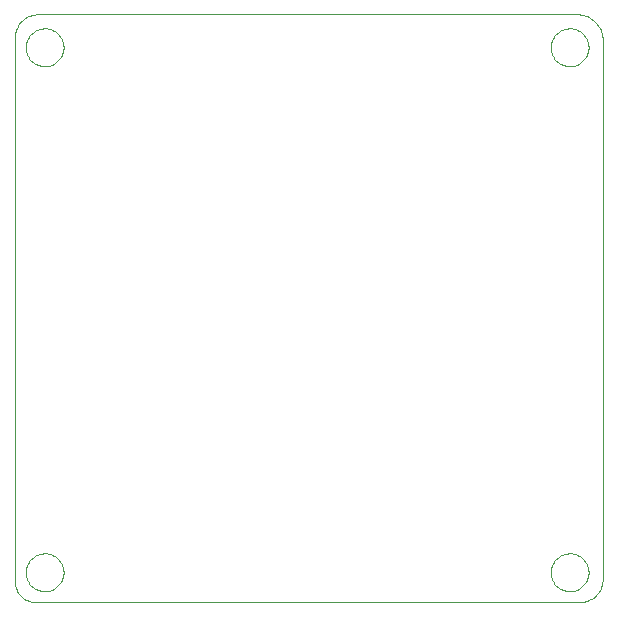
<source format=gko>
G75*
%MOIN*%
%OFA0B0*%
%FSLAX24Y24*%
%IPPOS*%
%LPD*%
%AMOC8*
5,1,8,0,0,1.08239X$1,22.5*
%
%ADD10C,0.0000*%
D10*
X000430Y000887D02*
X000430Y018999D01*
X000432Y019055D01*
X000438Y019110D01*
X000448Y019165D01*
X000462Y019219D01*
X000479Y019272D01*
X000501Y019323D01*
X000526Y019373D01*
X000554Y019421D01*
X000586Y019467D01*
X000621Y019510D01*
X000659Y019551D01*
X000700Y019589D01*
X000743Y019624D01*
X000789Y019656D01*
X000837Y019684D01*
X000887Y019709D01*
X000938Y019731D01*
X000991Y019748D01*
X001045Y019762D01*
X001100Y019772D01*
X001155Y019778D01*
X001211Y019780D01*
X019181Y019780D01*
X019237Y019778D01*
X019292Y019773D01*
X019347Y019764D01*
X019401Y019751D01*
X019454Y019735D01*
X019506Y019715D01*
X019557Y019692D01*
X019606Y019666D01*
X019653Y019637D01*
X019698Y019605D01*
X019741Y019569D01*
X019781Y019531D01*
X019819Y019491D01*
X019855Y019448D01*
X019887Y019403D01*
X019916Y019356D01*
X019942Y019307D01*
X019965Y019256D01*
X019985Y019204D01*
X020001Y019151D01*
X020014Y019097D01*
X020023Y019042D01*
X020028Y018987D01*
X020030Y018931D01*
X020030Y000961D01*
X020028Y000905D01*
X020022Y000850D01*
X020012Y000795D01*
X019998Y000741D01*
X019981Y000688D01*
X019959Y000637D01*
X019934Y000587D01*
X019906Y000539D01*
X019874Y000493D01*
X019839Y000450D01*
X019801Y000409D01*
X019760Y000371D01*
X019717Y000336D01*
X019671Y000304D01*
X019623Y000276D01*
X019573Y000251D01*
X019522Y000229D01*
X019469Y000212D01*
X019415Y000198D01*
X019360Y000188D01*
X019305Y000182D01*
X019249Y000180D01*
X001137Y000180D01*
X001087Y000182D01*
X001036Y000187D01*
X000987Y000196D01*
X000938Y000209D01*
X000890Y000225D01*
X000843Y000244D01*
X000798Y000266D01*
X000755Y000292D01*
X000713Y000321D01*
X000674Y000353D01*
X000637Y000387D01*
X000603Y000424D01*
X000571Y000463D01*
X000542Y000505D01*
X000516Y000548D01*
X000494Y000593D01*
X000475Y000640D01*
X000459Y000688D01*
X000446Y000737D01*
X000437Y000786D01*
X000432Y000837D01*
X000430Y000887D01*
X000800Y001180D02*
X000802Y001230D01*
X000808Y001280D01*
X000818Y001329D01*
X000832Y001377D01*
X000849Y001424D01*
X000870Y001469D01*
X000895Y001513D01*
X000923Y001554D01*
X000955Y001593D01*
X000989Y001630D01*
X001026Y001664D01*
X001066Y001694D01*
X001108Y001721D01*
X001152Y001745D01*
X001198Y001766D01*
X001245Y001782D01*
X001293Y001795D01*
X001343Y001804D01*
X001392Y001809D01*
X001443Y001810D01*
X001493Y001807D01*
X001542Y001800D01*
X001591Y001789D01*
X001639Y001774D01*
X001685Y001756D01*
X001730Y001734D01*
X001773Y001708D01*
X001814Y001679D01*
X001853Y001647D01*
X001889Y001612D01*
X001921Y001574D01*
X001951Y001534D01*
X001978Y001491D01*
X002001Y001447D01*
X002020Y001401D01*
X002036Y001353D01*
X002048Y001304D01*
X002056Y001255D01*
X002060Y001205D01*
X002060Y001155D01*
X002056Y001105D01*
X002048Y001056D01*
X002036Y001007D01*
X002020Y000959D01*
X002001Y000913D01*
X001978Y000869D01*
X001951Y000826D01*
X001921Y000786D01*
X001889Y000748D01*
X001853Y000713D01*
X001814Y000681D01*
X001773Y000652D01*
X001730Y000626D01*
X001685Y000604D01*
X001639Y000586D01*
X001591Y000571D01*
X001542Y000560D01*
X001493Y000553D01*
X001443Y000550D01*
X001392Y000551D01*
X001343Y000556D01*
X001293Y000565D01*
X001245Y000578D01*
X001198Y000594D01*
X001152Y000615D01*
X001108Y000639D01*
X001066Y000666D01*
X001026Y000696D01*
X000989Y000730D01*
X000955Y000767D01*
X000923Y000806D01*
X000895Y000847D01*
X000870Y000891D01*
X000849Y000936D01*
X000832Y000983D01*
X000818Y001031D01*
X000808Y001080D01*
X000802Y001130D01*
X000800Y001180D01*
X000800Y018680D02*
X000802Y018730D01*
X000808Y018780D01*
X000818Y018829D01*
X000832Y018877D01*
X000849Y018924D01*
X000870Y018969D01*
X000895Y019013D01*
X000923Y019054D01*
X000955Y019093D01*
X000989Y019130D01*
X001026Y019164D01*
X001066Y019194D01*
X001108Y019221D01*
X001152Y019245D01*
X001198Y019266D01*
X001245Y019282D01*
X001293Y019295D01*
X001343Y019304D01*
X001392Y019309D01*
X001443Y019310D01*
X001493Y019307D01*
X001542Y019300D01*
X001591Y019289D01*
X001639Y019274D01*
X001685Y019256D01*
X001730Y019234D01*
X001773Y019208D01*
X001814Y019179D01*
X001853Y019147D01*
X001889Y019112D01*
X001921Y019074D01*
X001951Y019034D01*
X001978Y018991D01*
X002001Y018947D01*
X002020Y018901D01*
X002036Y018853D01*
X002048Y018804D01*
X002056Y018755D01*
X002060Y018705D01*
X002060Y018655D01*
X002056Y018605D01*
X002048Y018556D01*
X002036Y018507D01*
X002020Y018459D01*
X002001Y018413D01*
X001978Y018369D01*
X001951Y018326D01*
X001921Y018286D01*
X001889Y018248D01*
X001853Y018213D01*
X001814Y018181D01*
X001773Y018152D01*
X001730Y018126D01*
X001685Y018104D01*
X001639Y018086D01*
X001591Y018071D01*
X001542Y018060D01*
X001493Y018053D01*
X001443Y018050D01*
X001392Y018051D01*
X001343Y018056D01*
X001293Y018065D01*
X001245Y018078D01*
X001198Y018094D01*
X001152Y018115D01*
X001108Y018139D01*
X001066Y018166D01*
X001026Y018196D01*
X000989Y018230D01*
X000955Y018267D01*
X000923Y018306D01*
X000895Y018347D01*
X000870Y018391D01*
X000849Y018436D01*
X000832Y018483D01*
X000818Y018531D01*
X000808Y018580D01*
X000802Y018630D01*
X000800Y018680D01*
X018300Y018680D02*
X018302Y018730D01*
X018308Y018780D01*
X018318Y018829D01*
X018332Y018877D01*
X018349Y018924D01*
X018370Y018969D01*
X018395Y019013D01*
X018423Y019054D01*
X018455Y019093D01*
X018489Y019130D01*
X018526Y019164D01*
X018566Y019194D01*
X018608Y019221D01*
X018652Y019245D01*
X018698Y019266D01*
X018745Y019282D01*
X018793Y019295D01*
X018843Y019304D01*
X018892Y019309D01*
X018943Y019310D01*
X018993Y019307D01*
X019042Y019300D01*
X019091Y019289D01*
X019139Y019274D01*
X019185Y019256D01*
X019230Y019234D01*
X019273Y019208D01*
X019314Y019179D01*
X019353Y019147D01*
X019389Y019112D01*
X019421Y019074D01*
X019451Y019034D01*
X019478Y018991D01*
X019501Y018947D01*
X019520Y018901D01*
X019536Y018853D01*
X019548Y018804D01*
X019556Y018755D01*
X019560Y018705D01*
X019560Y018655D01*
X019556Y018605D01*
X019548Y018556D01*
X019536Y018507D01*
X019520Y018459D01*
X019501Y018413D01*
X019478Y018369D01*
X019451Y018326D01*
X019421Y018286D01*
X019389Y018248D01*
X019353Y018213D01*
X019314Y018181D01*
X019273Y018152D01*
X019230Y018126D01*
X019185Y018104D01*
X019139Y018086D01*
X019091Y018071D01*
X019042Y018060D01*
X018993Y018053D01*
X018943Y018050D01*
X018892Y018051D01*
X018843Y018056D01*
X018793Y018065D01*
X018745Y018078D01*
X018698Y018094D01*
X018652Y018115D01*
X018608Y018139D01*
X018566Y018166D01*
X018526Y018196D01*
X018489Y018230D01*
X018455Y018267D01*
X018423Y018306D01*
X018395Y018347D01*
X018370Y018391D01*
X018349Y018436D01*
X018332Y018483D01*
X018318Y018531D01*
X018308Y018580D01*
X018302Y018630D01*
X018300Y018680D01*
X018300Y001180D02*
X018302Y001230D01*
X018308Y001280D01*
X018318Y001329D01*
X018332Y001377D01*
X018349Y001424D01*
X018370Y001469D01*
X018395Y001513D01*
X018423Y001554D01*
X018455Y001593D01*
X018489Y001630D01*
X018526Y001664D01*
X018566Y001694D01*
X018608Y001721D01*
X018652Y001745D01*
X018698Y001766D01*
X018745Y001782D01*
X018793Y001795D01*
X018843Y001804D01*
X018892Y001809D01*
X018943Y001810D01*
X018993Y001807D01*
X019042Y001800D01*
X019091Y001789D01*
X019139Y001774D01*
X019185Y001756D01*
X019230Y001734D01*
X019273Y001708D01*
X019314Y001679D01*
X019353Y001647D01*
X019389Y001612D01*
X019421Y001574D01*
X019451Y001534D01*
X019478Y001491D01*
X019501Y001447D01*
X019520Y001401D01*
X019536Y001353D01*
X019548Y001304D01*
X019556Y001255D01*
X019560Y001205D01*
X019560Y001155D01*
X019556Y001105D01*
X019548Y001056D01*
X019536Y001007D01*
X019520Y000959D01*
X019501Y000913D01*
X019478Y000869D01*
X019451Y000826D01*
X019421Y000786D01*
X019389Y000748D01*
X019353Y000713D01*
X019314Y000681D01*
X019273Y000652D01*
X019230Y000626D01*
X019185Y000604D01*
X019139Y000586D01*
X019091Y000571D01*
X019042Y000560D01*
X018993Y000553D01*
X018943Y000550D01*
X018892Y000551D01*
X018843Y000556D01*
X018793Y000565D01*
X018745Y000578D01*
X018698Y000594D01*
X018652Y000615D01*
X018608Y000639D01*
X018566Y000666D01*
X018526Y000696D01*
X018489Y000730D01*
X018455Y000767D01*
X018423Y000806D01*
X018395Y000847D01*
X018370Y000891D01*
X018349Y000936D01*
X018332Y000983D01*
X018318Y001031D01*
X018308Y001080D01*
X018302Y001130D01*
X018300Y001180D01*
M02*

</source>
